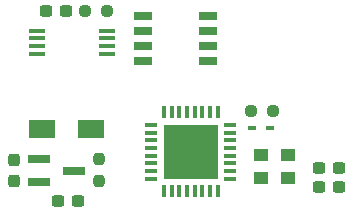
<source format=gbr>
%TF.GenerationSoftware,KiCad,Pcbnew,(5.99.0-8996-g10442b98df)*%
%TF.CreationDate,2021-04-19T08:50:07+01:00*%
%TF.ProjectId,CANduino,43414e64-7569-46e6-9f2e-6b696361645f,rev?*%
%TF.SameCoordinates,Original*%
%TF.FileFunction,Paste,Top*%
%TF.FilePolarity,Positive*%
%FSLAX46Y46*%
G04 Gerber Fmt 4.6, Leading zero omitted, Abs format (unit mm)*
G04 Created by KiCad (PCBNEW (5.99.0-8996-g10442b98df)) date 2021-04-19 08:50:07*
%MOMM*%
%LPD*%
G01*
G04 APERTURE LIST*
G04 Aperture macros list*
%AMRoundRect*
0 Rectangle with rounded corners*
0 $1 Rounding radius*
0 $2 $3 $4 $5 $6 $7 $8 $9 X,Y pos of 4 corners*
0 Add a 4 corners polygon primitive as box body*
4,1,4,$2,$3,$4,$5,$6,$7,$8,$9,$2,$3,0*
0 Add four circle primitives for the rounded corners*
1,1,$1+$1,$2,$3*
1,1,$1+$1,$4,$5*
1,1,$1+$1,$6,$7*
1,1,$1+$1,$8,$9*
0 Add four rect primitives between the rounded corners*
20,1,$1+$1,$2,$3,$4,$5,0*
20,1,$1+$1,$4,$5,$6,$7,0*
20,1,$1+$1,$6,$7,$8,$9,0*
20,1,$1+$1,$8,$9,$2,$3,0*%
G04 Aperture macros list end*
%ADD10R,1.300000X1.100000*%
%ADD11R,0.640000X0.420000*%
%ADD12RoundRect,0.237500X-0.250000X-0.237500X0.250000X-0.237500X0.250000X0.237500X-0.250000X0.237500X0*%
%ADD13R,4.600000X4.600000*%
%ADD14R,1.050000X0.350000*%
%ADD15R,0.350000X1.050000*%
%ADD16RoundRect,0.237500X-0.300000X-0.237500X0.300000X-0.237500X0.300000X0.237500X-0.300000X0.237500X0*%
%ADD17RoundRect,0.237500X0.237500X-0.250000X0.237500X0.250000X-0.237500X0.250000X-0.237500X-0.250000X0*%
%ADD18R,1.550000X0.700000*%
%ADD19R,1.900000X0.800000*%
%ADD20RoundRect,0.237500X0.237500X-0.300000X0.237500X0.300000X-0.237500X0.300000X-0.237500X-0.300000X0*%
%ADD21RoundRect,0.237500X0.300000X0.237500X-0.300000X0.237500X-0.300000X-0.237500X0.300000X-0.237500X0*%
%ADD22R,1.475000X0.450000*%
%ADD23R,2.200000X1.550000*%
G04 APERTURE END LIST*
D10*
%TO.C,Y1*%
X175750002Y-115149996D03*
X178050002Y-115149996D03*
X178050002Y-117049996D03*
X175750002Y-117049996D03*
%TD*%
D11*
%TO.C,Z1*%
X175000000Y-112875000D03*
X176500000Y-112875000D03*
%TD*%
D12*
%TO.C,R4*%
X176712500Y-111425000D03*
X174887500Y-111425000D03*
%TD*%
D13*
%TO.C,H1*%
X169799991Y-114850012D03*
D14*
X166449991Y-117125012D03*
X166449991Y-116475012D03*
X166449991Y-115825012D03*
X166449991Y-115175012D03*
X166449991Y-114525012D03*
X166449991Y-113875012D03*
X166449991Y-113225012D03*
X166449991Y-112575012D03*
D15*
X167524991Y-111500012D03*
X168174991Y-111500012D03*
X168824991Y-111500012D03*
X169474991Y-111500012D03*
X170124991Y-111500012D03*
X170774991Y-111500012D03*
X171424991Y-111500012D03*
X172074991Y-111500012D03*
D14*
X173149991Y-112575012D03*
X173149991Y-113225012D03*
X173149991Y-113875012D03*
X173149991Y-114525012D03*
X173149991Y-115175012D03*
X173149991Y-115825012D03*
X173149991Y-116475012D03*
X173149991Y-117125012D03*
D15*
X172074991Y-118200012D03*
X171424991Y-118200012D03*
X170774991Y-118200012D03*
X170124991Y-118200012D03*
X169474991Y-118200012D03*
X168824991Y-118200012D03*
X168174991Y-118200012D03*
X167524991Y-118200012D03*
%TD*%
D16*
%TO.C,C11*%
X182362500Y-116250000D03*
X180637500Y-116250000D03*
%TD*%
%TO.C,C7*%
X182362500Y-117850000D03*
X180637500Y-117850000D03*
%TD*%
D17*
%TO.C,R1*%
X162025000Y-117312500D03*
X162025000Y-115487500D03*
%TD*%
D18*
%TO.C,IC4*%
X171224993Y-107204993D03*
X171224993Y-105934993D03*
X171224993Y-104664993D03*
X171224993Y-103394993D03*
X165774993Y-103394993D03*
X165774993Y-104664993D03*
X165774993Y-105934993D03*
X165774993Y-107204993D03*
%TD*%
D19*
%TO.C,U1*%
X156925007Y-115500008D03*
X156925007Y-117400008D03*
X159925007Y-116450008D03*
%TD*%
D20*
%TO.C,C2*%
X154825000Y-117312500D03*
X154825000Y-115587500D03*
%TD*%
D21*
%TO.C,C1*%
X160252500Y-119050000D03*
X158527500Y-119050000D03*
%TD*%
%TO.C,C5*%
X159237500Y-102925000D03*
X157512500Y-102925000D03*
%TD*%
D22*
%TO.C,IC1*%
X156797000Y-104600000D03*
X156797000Y-105250000D03*
X156797000Y-105900000D03*
X156797000Y-106550000D03*
X162673000Y-106550000D03*
X162673000Y-105900000D03*
X162673000Y-105250000D03*
X162673000Y-104600000D03*
%TD*%
D23*
%TO.C,D1*%
X157225000Y-112950000D03*
X161325000Y-112950000D03*
%TD*%
D12*
%TO.C,R3*%
X160862500Y-102925000D03*
X162687500Y-102925000D03*
%TD*%
M02*

</source>
